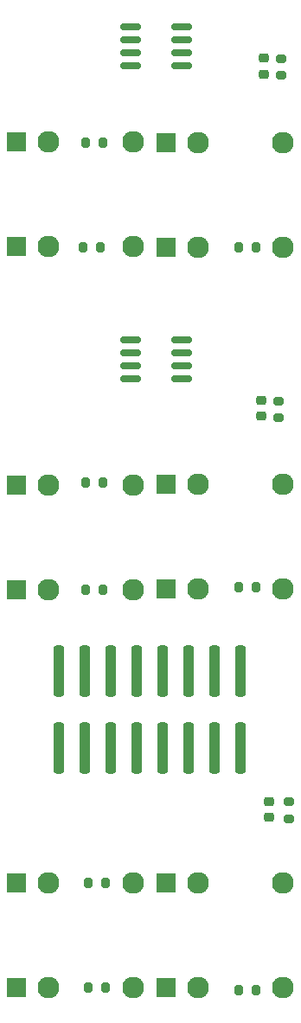
<source format=gbr>
%TF.GenerationSoftware,KiCad,Pcbnew,(7.0.0)*%
%TF.CreationDate,2023-03-06T17:55:23-08:00*%
%TF.ProjectId,my active mult,6d792061-6374-4697-9665-206d756c742e,rev?*%
%TF.SameCoordinates,Original*%
%TF.FileFunction,Soldermask,Top*%
%TF.FilePolarity,Negative*%
%FSLAX46Y46*%
G04 Gerber Fmt 4.6, Leading zero omitted, Abs format (unit mm)*
G04 Created by KiCad (PCBNEW (7.0.0)) date 2023-03-06 17:55:23*
%MOMM*%
%LPD*%
G01*
G04 APERTURE LIST*
G04 Aperture macros list*
%AMRoundRect*
0 Rectangle with rounded corners*
0 $1 Rounding radius*
0 $2 $3 $4 $5 $6 $7 $8 $9 X,Y pos of 4 corners*
0 Add a 4 corners polygon primitive as box body*
4,1,4,$2,$3,$4,$5,$6,$7,$8,$9,$2,$3,0*
0 Add four circle primitives for the rounded corners*
1,1,$1+$1,$2,$3*
1,1,$1+$1,$4,$5*
1,1,$1+$1,$6,$7*
1,1,$1+$1,$8,$9*
0 Add four rect primitives between the rounded corners*
20,1,$1+$1,$2,$3,$4,$5,0*
20,1,$1+$1,$4,$5,$6,$7,0*
20,1,$1+$1,$6,$7,$8,$9,0*
20,1,$1+$1,$8,$9,$2,$3,0*%
G04 Aperture macros list end*
%ADD10R,1.830000X1.930000*%
%ADD11C,2.130000*%
%ADD12RoundRect,0.255000X0.255000X-2.245000X0.255000X2.245000X-0.255000X2.245000X-0.255000X-2.245000X0*%
%ADD13RoundRect,0.150000X-0.825000X-0.150000X0.825000X-0.150000X0.825000X0.150000X-0.825000X0.150000X0*%
%ADD14RoundRect,0.200000X-0.200000X-0.275000X0.200000X-0.275000X0.200000X0.275000X-0.200000X0.275000X0*%
%ADD15RoundRect,0.200000X0.275000X-0.200000X0.275000X0.200000X-0.275000X0.200000X-0.275000X-0.200000X0*%
%ADD16RoundRect,0.218750X-0.256250X0.218750X-0.256250X-0.218750X0.256250X-0.218750X0.256250X0.218750X0*%
G04 APERTURE END LIST*
D10*
%TO.C,J3*%
X36719999Y-53999999D03*
D11*
X48120000Y-54000000D03*
X39820000Y-54000000D03*
%TD*%
D12*
%TO.C,J14*%
X26220000Y-103050000D03*
X28760000Y-103050000D03*
X31300000Y-103050000D03*
X33840000Y-103050000D03*
X36380000Y-103050000D03*
X38920000Y-103050000D03*
X41460000Y-103050000D03*
X44000000Y-103050000D03*
X26220000Y-95450000D03*
X28760000Y-95450000D03*
X31300000Y-95450000D03*
X33840000Y-95450000D03*
X36380000Y-95450000D03*
X38920000Y-95450000D03*
X41460000Y-95450000D03*
X44000000Y-95450000D03*
%TD*%
D13*
%TO.C,U2*%
X38225000Y-63095000D03*
X38225000Y-64365000D03*
X38225000Y-65635000D03*
X38225000Y-66905000D03*
X33275000Y-66905000D03*
X33275000Y-65635000D03*
X33275000Y-64365000D03*
X33275000Y-63095000D03*
%TD*%
%TO.C,U1*%
X38200000Y-32440000D03*
X38200000Y-33710000D03*
X38200000Y-34980000D03*
X38200000Y-36250000D03*
X33250000Y-36250000D03*
X33250000Y-34980000D03*
X33250000Y-33710000D03*
X33250000Y-32440000D03*
%TD*%
D14*
%TO.C,R12*%
X30750000Y-126500000D03*
X29100000Y-126500000D03*
%TD*%
%TO.C,R11*%
X30750000Y-116250000D03*
X29100000Y-116250000D03*
%TD*%
%TO.C,R10*%
X45500000Y-126750000D03*
X43850000Y-126750000D03*
%TD*%
D15*
%TO.C,R9*%
X48750000Y-108287500D03*
X48750000Y-109937500D03*
%TD*%
D14*
%TO.C,R8*%
X30500000Y-87500000D03*
X28850000Y-87500000D03*
%TD*%
%TO.C,R7*%
X30500000Y-77000000D03*
X28850000Y-77000000D03*
%TD*%
%TO.C,R6*%
X45500000Y-87250000D03*
X43850000Y-87250000D03*
%TD*%
D15*
%TO.C,R5*%
X47750000Y-69037500D03*
X47750000Y-70687500D03*
%TD*%
D14*
%TO.C,R4*%
X30250000Y-54000000D03*
X28600000Y-54000000D03*
%TD*%
%TO.C,R3*%
X30500000Y-43750000D03*
X28850000Y-43750000D03*
%TD*%
%TO.C,R2*%
X45500000Y-54000000D03*
X43850000Y-54000000D03*
%TD*%
D15*
%TO.C,R1*%
X48000000Y-35537500D03*
X48000000Y-37187500D03*
%TD*%
D11*
%TO.C,J13*%
X25200000Y-126500000D03*
X33500000Y-126500000D03*
D10*
X22099999Y-126499999D03*
%TD*%
D11*
%TO.C,J12*%
X25200000Y-116250000D03*
X33500000Y-116250000D03*
D10*
X22099999Y-116249999D03*
%TD*%
D11*
%TO.C,J11*%
X39820000Y-126500000D03*
X48120000Y-126500000D03*
D10*
X36719999Y-126499999D03*
%TD*%
D11*
%TO.C,J10*%
X39820000Y-116250000D03*
X48120000Y-116250000D03*
D10*
X36719999Y-116249999D03*
%TD*%
D11*
%TO.C,J9*%
X25200000Y-87500000D03*
X33500000Y-87500000D03*
D10*
X22099999Y-87499999D03*
%TD*%
D11*
%TO.C,J8*%
X25200000Y-77250000D03*
X33500000Y-77250000D03*
D10*
X22099999Y-77249999D03*
%TD*%
D11*
%TO.C,J7*%
X39830000Y-87450000D03*
X48130000Y-87450000D03*
D10*
X36729999Y-87449999D03*
%TD*%
D11*
%TO.C,J6*%
X39830000Y-77200000D03*
X48130000Y-77200000D03*
D10*
X36729999Y-77199999D03*
%TD*%
D11*
%TO.C,J5*%
X25170000Y-53950000D03*
X33470000Y-53950000D03*
D10*
X22069999Y-53949999D03*
%TD*%
D11*
%TO.C,J4*%
X25170000Y-43700000D03*
X33470000Y-43700000D03*
D10*
X22069999Y-43699999D03*
%TD*%
D11*
%TO.C,J2*%
X39820000Y-43750000D03*
X48120000Y-43750000D03*
D10*
X36719999Y-43749999D03*
%TD*%
D16*
%TO.C,D3*%
X46750000Y-109825000D03*
X46750000Y-108250000D03*
%TD*%
%TO.C,D2*%
X46000000Y-70537500D03*
X46000000Y-68962500D03*
%TD*%
%TO.C,D1*%
X46250000Y-37037500D03*
X46250000Y-35462500D03*
%TD*%
M02*

</source>
